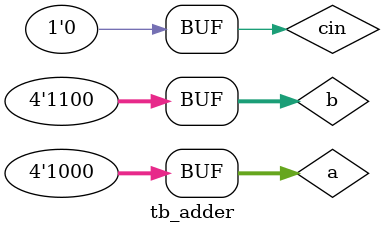
<source format=v>
`timescale 1ns / 1ps


module tb_adder;
    

    reg [3:0] a, b; 
    reg cin;         
    wire [3:0] s;     
    wire c_out;  
    
    FA_4bit FA_4bit_1(.a(a), .b(b), .cin(cin), .s(s), .c_out(c_out));
    
    initial
        begin
        #10  a=4'b0001; b=4'b0000; cin=0;
        #10  a=4'b0000; b=4'b0010; cin=0;
        #10  a=4'b0101; b=4'b1000; cin=0;
        #10  a=4'b0110; b=4'b0111; cin=0;
        
        #10  a=4'b1100; b=4'b0111; cin=0;
        #10  a=4'b0000; b=4'b0110; cin=0;
        #10  a=4'b0010; b=4'b0000; cin=0;
        #10  a=4'b1000; b=4'b1100; cin=0;
 
        end
endmodule

</source>
